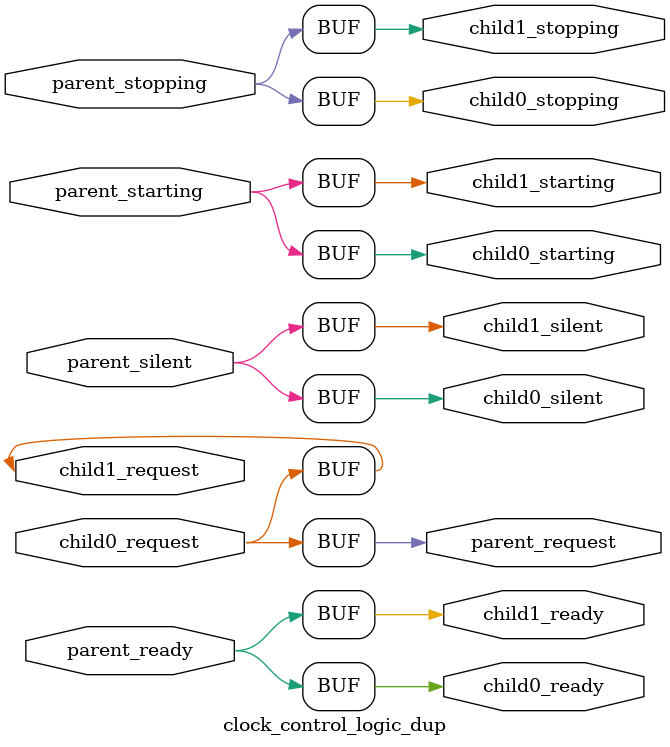
<source format=sv>
module clock_control_logic_dup(
	output wire parent_request,
	input  wire parent_ready,
	input  wire parent_silent,
	input  wire parent_starting,
	input  wire parent_stopping,

	input  wire child0_request,
	output wire child0_ready,
	output wire child0_silent,
	output wire child0_starting,
	output wire child0_stopping,

	input  wire child1_request,
	output wire child1_ready,
	output wire child1_silent,
	output wire child1_starting,
	output wire child1_stopping
);

assign parent_request = child0_request | child1_request;

assign child0_request	= parent_request;
assign child0_ready	= parent_ready;
assign child0_silent	= parent_silent;
assign child0_starting	= parent_starting;
assign child0_stopping	= parent_stopping;

assign child1_request	= parent_request;
assign child1_ready	= parent_ready;
assign child1_silent	= parent_silent;
assign child1_starting	= parent_starting;
assign child1_stopping	= parent_stopping;

endmodule


</source>
